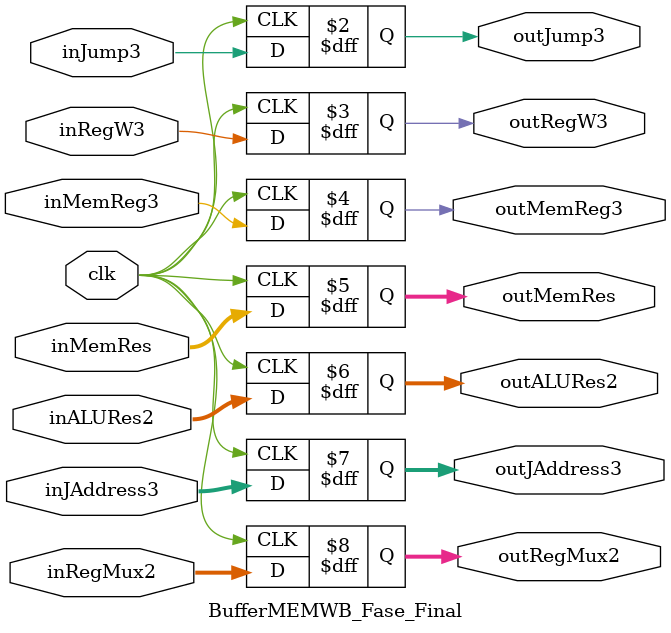
<source format=v>
module BufferMEMWB_Fase_Final(
	input inJump3, inRegW3, inMemReg3, clk,
	input [31:0]inMemRes, inALURes2, inJAddress3,
	input [4:0]inRegMux2,
	output reg outJump3, outRegW3, outMemReg3,
	output reg [31:0]outMemRes, outALURes2, outJAddress3,
	output reg [4:0]outRegMux2
);

//2 - Declaracion de cables y registros

//3 - Cuerpo del modulo

//Bloque secuencial
always @(posedge clk)
begin
	outJump3 = inJump3;
	outRegW3 = inRegW3;
	outMemReg3 = inMemReg3;
	outMemRes = inMemRes;
	outALURes2 = inALURes2;
	outRegMux2 = inRegMux2;
	outJAddress3 = inJAddress3;
end

endmodule


</source>
